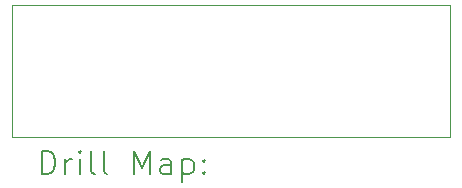
<source format=gbr>
%TF.GenerationSoftware,KiCad,Pcbnew,7.0.5*%
%TF.CreationDate,2023-11-23T16:42:47+08:00*%
%TF.ProjectId,0.87OLED_DevBoard,302e3837-4f4c-4454-945f-446576426f61,rev?*%
%TF.SameCoordinates,Original*%
%TF.FileFunction,Drillmap*%
%TF.FilePolarity,Positive*%
%FSLAX45Y45*%
G04 Gerber Fmt 4.5, Leading zero omitted, Abs format (unit mm)*
G04 Created by KiCad (PCBNEW 7.0.5) date 2023-11-23 16:42:47*
%MOMM*%
%LPD*%
G01*
G04 APERTURE LIST*
%ADD10C,0.100000*%
%ADD11C,0.200000*%
G04 APERTURE END LIST*
D10*
X6474000Y-5368000D02*
X10187000Y-5368000D01*
X10187000Y-6486000D01*
X6474000Y-6486000D01*
X6474000Y-5368000D01*
D11*
X6729777Y-6802484D02*
X6729777Y-6602484D01*
X6729777Y-6602484D02*
X6777396Y-6602484D01*
X6777396Y-6602484D02*
X6805967Y-6612008D01*
X6805967Y-6612008D02*
X6825015Y-6631055D01*
X6825015Y-6631055D02*
X6834539Y-6650103D01*
X6834539Y-6650103D02*
X6844062Y-6688198D01*
X6844062Y-6688198D02*
X6844062Y-6716769D01*
X6844062Y-6716769D02*
X6834539Y-6754865D01*
X6834539Y-6754865D02*
X6825015Y-6773912D01*
X6825015Y-6773912D02*
X6805967Y-6792960D01*
X6805967Y-6792960D02*
X6777396Y-6802484D01*
X6777396Y-6802484D02*
X6729777Y-6802484D01*
X6929777Y-6802484D02*
X6929777Y-6669150D01*
X6929777Y-6707246D02*
X6939301Y-6688198D01*
X6939301Y-6688198D02*
X6948824Y-6678674D01*
X6948824Y-6678674D02*
X6967872Y-6669150D01*
X6967872Y-6669150D02*
X6986920Y-6669150D01*
X7053586Y-6802484D02*
X7053586Y-6669150D01*
X7053586Y-6602484D02*
X7044062Y-6612008D01*
X7044062Y-6612008D02*
X7053586Y-6621531D01*
X7053586Y-6621531D02*
X7063110Y-6612008D01*
X7063110Y-6612008D02*
X7053586Y-6602484D01*
X7053586Y-6602484D02*
X7053586Y-6621531D01*
X7177396Y-6802484D02*
X7158348Y-6792960D01*
X7158348Y-6792960D02*
X7148824Y-6773912D01*
X7148824Y-6773912D02*
X7148824Y-6602484D01*
X7282158Y-6802484D02*
X7263110Y-6792960D01*
X7263110Y-6792960D02*
X7253586Y-6773912D01*
X7253586Y-6773912D02*
X7253586Y-6602484D01*
X7510729Y-6802484D02*
X7510729Y-6602484D01*
X7510729Y-6602484D02*
X7577396Y-6745341D01*
X7577396Y-6745341D02*
X7644062Y-6602484D01*
X7644062Y-6602484D02*
X7644062Y-6802484D01*
X7825015Y-6802484D02*
X7825015Y-6697722D01*
X7825015Y-6697722D02*
X7815491Y-6678674D01*
X7815491Y-6678674D02*
X7796443Y-6669150D01*
X7796443Y-6669150D02*
X7758348Y-6669150D01*
X7758348Y-6669150D02*
X7739301Y-6678674D01*
X7825015Y-6792960D02*
X7805967Y-6802484D01*
X7805967Y-6802484D02*
X7758348Y-6802484D01*
X7758348Y-6802484D02*
X7739301Y-6792960D01*
X7739301Y-6792960D02*
X7729777Y-6773912D01*
X7729777Y-6773912D02*
X7729777Y-6754865D01*
X7729777Y-6754865D02*
X7739301Y-6735817D01*
X7739301Y-6735817D02*
X7758348Y-6726293D01*
X7758348Y-6726293D02*
X7805967Y-6726293D01*
X7805967Y-6726293D02*
X7825015Y-6716769D01*
X7920253Y-6669150D02*
X7920253Y-6869150D01*
X7920253Y-6678674D02*
X7939301Y-6669150D01*
X7939301Y-6669150D02*
X7977396Y-6669150D01*
X7977396Y-6669150D02*
X7996443Y-6678674D01*
X7996443Y-6678674D02*
X8005967Y-6688198D01*
X8005967Y-6688198D02*
X8015491Y-6707246D01*
X8015491Y-6707246D02*
X8015491Y-6764388D01*
X8015491Y-6764388D02*
X8005967Y-6783436D01*
X8005967Y-6783436D02*
X7996443Y-6792960D01*
X7996443Y-6792960D02*
X7977396Y-6802484D01*
X7977396Y-6802484D02*
X7939301Y-6802484D01*
X7939301Y-6802484D02*
X7920253Y-6792960D01*
X8101205Y-6783436D02*
X8110729Y-6792960D01*
X8110729Y-6792960D02*
X8101205Y-6802484D01*
X8101205Y-6802484D02*
X8091682Y-6792960D01*
X8091682Y-6792960D02*
X8101205Y-6783436D01*
X8101205Y-6783436D02*
X8101205Y-6802484D01*
X8101205Y-6678674D02*
X8110729Y-6688198D01*
X8110729Y-6688198D02*
X8101205Y-6697722D01*
X8101205Y-6697722D02*
X8091682Y-6688198D01*
X8091682Y-6688198D02*
X8101205Y-6678674D01*
X8101205Y-6678674D02*
X8101205Y-6697722D01*
M02*

</source>
